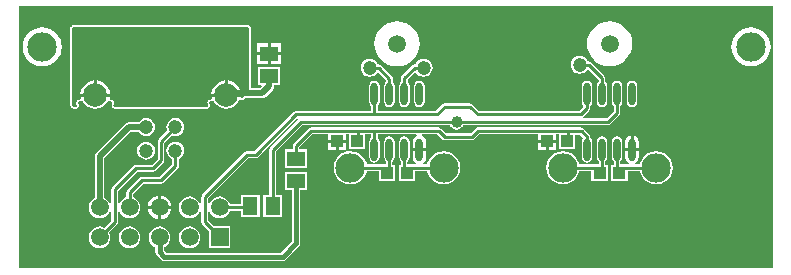
<source format=gbl>
G04 Layer_Physical_Order=2*
G04 Layer_Color=16711680*
%FSLAX23Y23*%
%MOIN*%
G70*
G01*
G75*
%ADD10C,0.020*%
%ADD11C,0.010*%
%ADD12R,0.059X0.059*%
%ADD13C,0.059*%
%ADD14C,0.079*%
%ADD15C,0.047*%
%ADD16C,0.098*%
%ADD17C,0.098*%
%ADD18C,0.039*%
%ADD19R,0.059X0.051*%
%ADD20R,0.043X0.039*%
%ADD21O,0.024X0.075*%
%ADD22R,0.051X0.059*%
%ADD23C,0.016*%
G36*
X544Y-749D02*
X-1969D01*
Y125D01*
X544D01*
Y-749D01*
D02*
G37*
%LPC*%
G36*
X-913Y-330D02*
X-940D01*
Y-355D01*
X-913D01*
Y-330D01*
D02*
G37*
G36*
X-213D02*
X-240D01*
Y-355D01*
X-213D01*
Y-330D01*
D02*
G37*
G36*
X-25Y-309D02*
X-32Y-310D01*
X-38Y-314D01*
X-42Y-320D01*
X-43Y-327D01*
Y-378D01*
X-42Y-385D01*
X-38Y-391D01*
X-36Y-392D01*
Y-402D01*
X-101D01*
X-102Y-399D01*
X-107Y-386D01*
X-116Y-374D01*
X-128Y-365D01*
X-141Y-360D01*
X-156Y-358D01*
X-170Y-360D01*
X-183Y-365D01*
X-195Y-374D01*
X-204Y-386D01*
X-209Y-399D01*
X-211Y-413D01*
X-209Y-428D01*
X-204Y-441D01*
X-195Y-453D01*
X-183Y-462D01*
X-170Y-467D01*
X-156Y-469D01*
X-141Y-467D01*
X-128Y-462D01*
X-116Y-453D01*
X-107Y-441D01*
X-102Y-428D01*
X-101Y-425D01*
X-61D01*
Y-456D01*
X-6D01*
Y-404D01*
X-14D01*
Y-392D01*
X-12Y-391D01*
X-8Y-385D01*
X-7Y-378D01*
Y-327D01*
X-8Y-320D01*
X-12Y-314D01*
X-18Y-310D01*
X-25Y-309D01*
D02*
G37*
G36*
X-1545Y-327D02*
X-1553Y-328D01*
X-1560Y-331D01*
X-1566Y-335D01*
X-1571Y-342D01*
X-1574Y-349D01*
X-1575Y-356D01*
X-1574Y-364D01*
X-1571Y-371D01*
X-1566Y-378D01*
X-1560Y-382D01*
X-1553Y-385D01*
X-1545Y-386D01*
X-1538Y-385D01*
X-1530Y-382D01*
X-1524Y-378D01*
X-1519Y-371D01*
X-1516Y-364D01*
X-1515Y-356D01*
X-1516Y-349D01*
X-1519Y-342D01*
X-1524Y-335D01*
X-1530Y-331D01*
X-1538Y-328D01*
X-1545Y-327D01*
D02*
G37*
G36*
X-177Y-330D02*
X-203D01*
Y-355D01*
X-177D01*
Y-330D01*
D02*
G37*
G36*
X-1447Y-248D02*
X-1455Y-249D01*
X-1462Y-252D01*
X-1468Y-257D01*
X-1473Y-263D01*
X-1476Y-270D01*
X-1477Y-278D01*
X-1476Y-285D01*
X-1474Y-289D01*
X-1503Y-318D01*
X-1505Y-322D01*
X-1506Y-326D01*
X-1506Y-326D01*
Y-384D01*
X-1526Y-404D01*
X-1580D01*
X-1584Y-405D01*
X-1588Y-407D01*
X-1588Y-407D01*
X-1658Y-477D01*
X-1660Y-481D01*
X-1661Y-485D01*
X-1661Y-485D01*
Y-533D01*
X-1666Y-534D01*
X-1669Y-527D01*
X-1675Y-520D01*
X-1682Y-514D01*
X-1684Y-513D01*
Y-382D01*
X-1596Y-294D01*
X-1570D01*
X-1566Y-299D01*
X-1560Y-304D01*
X-1553Y-307D01*
X-1545Y-308D01*
X-1538Y-307D01*
X-1530Y-304D01*
X-1524Y-299D01*
X-1519Y-293D01*
X-1516Y-285D01*
X-1515Y-278D01*
X-1516Y-270D01*
X-1519Y-263D01*
X-1524Y-257D01*
X-1530Y-252D01*
X-1538Y-249D01*
X-1545Y-248D01*
X-1553Y-249D01*
X-1560Y-252D01*
X-1566Y-257D01*
X-1570Y-261D01*
X-1603D01*
X-1609Y-263D01*
X-1614Y-266D01*
X-1712Y-363D01*
X-1715Y-369D01*
X-1716Y-375D01*
Y-513D01*
X-1718Y-514D01*
X-1725Y-520D01*
X-1731Y-527D01*
X-1735Y-536D01*
X-1736Y-545D01*
X-1735Y-554D01*
X-1731Y-563D01*
X-1725Y-570D01*
X-1718Y-576D01*
X-1709Y-580D01*
X-1700Y-581D01*
X-1691Y-580D01*
X-1682Y-576D01*
X-1675Y-570D01*
X-1669Y-563D01*
X-1666Y-556D01*
X-1661Y-557D01*
Y-590D01*
X-1684Y-613D01*
X-1691Y-610D01*
X-1700Y-609D01*
X-1709Y-610D01*
X-1718Y-614D01*
X-1725Y-620D01*
X-1731Y-627D01*
X-1735Y-636D01*
X-1736Y-645D01*
X-1735Y-654D01*
X-1731Y-663D01*
X-1725Y-670D01*
X-1718Y-676D01*
X-1709Y-680D01*
X-1700Y-681D01*
X-1691Y-680D01*
X-1682Y-676D01*
X-1675Y-670D01*
X-1669Y-663D01*
X-1665Y-654D01*
X-1664Y-645D01*
X-1665Y-636D01*
X-1668Y-629D01*
X-1642Y-603D01*
X-1642Y-603D01*
X-1640Y-599D01*
X-1639Y-595D01*
X-1639Y-595D01*
Y-557D01*
X-1634Y-556D01*
X-1631Y-563D01*
X-1625Y-570D01*
X-1618Y-576D01*
X-1609Y-580D01*
X-1600Y-581D01*
X-1591Y-580D01*
X-1582Y-576D01*
X-1575Y-570D01*
X-1569Y-563D01*
X-1565Y-554D01*
X-1564Y-545D01*
X-1565Y-536D01*
X-1569Y-527D01*
X-1575Y-520D01*
X-1582Y-514D01*
X-1589Y-511D01*
Y-500D01*
X-1555Y-466D01*
X-1496D01*
X-1496Y-466D01*
X-1492Y-465D01*
X-1488Y-463D01*
X-1439Y-414D01*
X-1439Y-414D01*
X-1436Y-410D01*
X-1436Y-406D01*
X-1436Y-406D01*
Y-384D01*
X-1432Y-382D01*
X-1426Y-378D01*
X-1421Y-371D01*
X-1418Y-364D01*
X-1417Y-356D01*
X-1418Y-349D01*
X-1421Y-342D01*
X-1426Y-335D01*
X-1432Y-331D01*
X-1439Y-328D01*
X-1447Y-327D01*
X-1455Y-328D01*
X-1462Y-331D01*
X-1468Y-335D01*
X-1473Y-342D01*
X-1476Y-349D01*
X-1477Y-356D01*
X-1476Y-364D01*
X-1473Y-371D01*
X-1468Y-378D01*
X-1462Y-382D01*
X-1458Y-384D01*
Y-401D01*
X-1501Y-444D01*
X-1560D01*
X-1564Y-445D01*
X-1568Y-447D01*
X-1568Y-447D01*
X-1608Y-487D01*
X-1610Y-491D01*
X-1611Y-495D01*
X-1611Y-495D01*
Y-511D01*
X-1618Y-514D01*
X-1625Y-520D01*
X-1631Y-527D01*
X-1634Y-534D01*
X-1639Y-533D01*
Y-490D01*
X-1575Y-426D01*
X-1521D01*
X-1521Y-426D01*
X-1517Y-425D01*
X-1513Y-423D01*
X-1487Y-397D01*
X-1487Y-397D01*
X-1485Y-393D01*
X-1484Y-389D01*
X-1484Y-389D01*
Y-331D01*
X-1458Y-305D01*
X-1455Y-307D01*
X-1447Y-308D01*
X-1439Y-307D01*
X-1432Y-304D01*
X-1426Y-299D01*
X-1421Y-293D01*
X-1418Y-285D01*
X-1417Y-278D01*
X-1418Y-270D01*
X-1421Y-263D01*
X-1426Y-257D01*
X-1432Y-252D01*
X-1439Y-249D01*
X-1447Y-248D01*
D02*
G37*
G36*
X-95Y-279D02*
X-98Y-279D01*
X-439D01*
X-439Y-279D01*
X-444Y-280D01*
X-447Y-283D01*
X-463Y-299D01*
X-545D01*
X-561Y-283D01*
X-565Y-280D01*
X-569Y-279D01*
X-569Y-279D01*
X-780D01*
X-784Y-279D01*
X-784Y-279D01*
X-995D01*
X-995Y-279D01*
X-999Y-280D01*
X-1003Y-282D01*
X-1003Y-282D01*
X-1053Y-332D01*
X-1055Y-336D01*
X-1056Y-340D01*
X-1056Y-340D01*
Y-351D01*
X-1081D01*
Y-414D01*
X-1009D01*
Y-351D01*
X-1034D01*
Y-345D01*
X-990Y-301D01*
X-940D01*
Y-320D01*
X-877D01*
Y-301D01*
X-869D01*
Y-351D01*
X-814D01*
Y-301D01*
X-796D01*
Y-314D01*
X-797Y-314D01*
X-800Y-320D01*
X-802Y-327D01*
Y-378D01*
X-800Y-385D01*
X-797Y-391D01*
X-791Y-395D01*
X-784Y-396D01*
X-777Y-395D01*
X-771Y-391D01*
X-767Y-385D01*
X-766Y-378D01*
Y-327D01*
X-767Y-320D01*
X-771Y-314D01*
X-772Y-313D01*
Y-302D01*
X-644D01*
X-643Y-304D01*
X-643Y-307D01*
X-649Y-311D01*
X-654Y-318D01*
X-656Y-327D01*
Y-348D01*
X-611D01*
Y-327D01*
X-613Y-318D01*
X-618Y-311D01*
X-624Y-307D01*
X-624Y-304D01*
X-624Y-302D01*
X-574D01*
X-558Y-318D01*
X-554Y-320D01*
X-550Y-321D01*
X-550Y-321D01*
X-459D01*
X-459Y-321D01*
X-454Y-320D01*
X-451Y-318D01*
X-435Y-302D01*
X-240D01*
Y-320D01*
X-177D01*
Y-302D01*
X-169D01*
Y-351D01*
X-114D01*
Y-303D01*
X-98D01*
X-88Y-313D01*
X-88Y-314D01*
X-92Y-320D01*
X-93Y-327D01*
Y-378D01*
X-92Y-385D01*
X-88Y-391D01*
X-82Y-395D01*
X-75Y-396D01*
X-68Y-395D01*
X-62Y-391D01*
X-58Y-385D01*
X-57Y-378D01*
Y-327D01*
X-58Y-320D01*
X-62Y-314D01*
X-64Y-313D01*
Y-310D01*
X-64Y-310D01*
X-65Y-306D01*
X-67Y-302D01*
X-67Y-302D01*
X-86Y-284D01*
X-86Y-283D01*
X-87Y-282D01*
X-91Y-280D01*
X-95Y-279D01*
D02*
G37*
G36*
X70Y-306D02*
X66Y-306D01*
X59Y-311D01*
X54Y-318D01*
X53Y-327D01*
Y-348D01*
X70D01*
Y-306D01*
D02*
G37*
G36*
X80D02*
Y-348D01*
X97D01*
Y-327D01*
X96Y-318D01*
X91Y-311D01*
X84Y-306D01*
X80Y-306D01*
D02*
G37*
G36*
X-734Y-309D02*
X-741Y-310D01*
X-747Y-314D01*
X-750Y-320D01*
X-752Y-327D01*
Y-378D01*
X-750Y-385D01*
X-747Y-391D01*
X-746Y-391D01*
Y-402D01*
X-810D01*
X-810Y-399D01*
X-816Y-386D01*
X-825Y-374D01*
X-836Y-365D01*
X-850Y-360D01*
X-864Y-358D01*
X-874Y-359D01*
X-876Y-359D01*
X-877Y-354D01*
X-877Y-351D01*
Y-330D01*
X-903D01*
Y-355D01*
X-882D01*
X-882Y-355D01*
X-882Y-355D01*
X-879Y-355D01*
X-879Y-360D01*
X-881Y-360D01*
X-892Y-365D01*
X-904Y-374D01*
X-912Y-386D01*
X-918Y-399D01*
X-920Y-413D01*
X-918Y-428D01*
X-912Y-441D01*
X-904Y-453D01*
X-892Y-462D01*
X-879Y-467D01*
X-864Y-469D01*
X-850Y-467D01*
X-836Y-462D01*
X-825Y-453D01*
X-816Y-441D01*
X-810Y-428D01*
X-810Y-425D01*
X-770D01*
Y-456D01*
X-714D01*
Y-404D01*
X-724D01*
Y-393D01*
X-721Y-391D01*
X-717Y-385D01*
X-716Y-378D01*
Y-327D01*
X-717Y-320D01*
X-721Y-314D01*
X-727Y-310D01*
X-734Y-309D01*
D02*
G37*
G36*
X-1400Y-609D02*
X-1409Y-610D01*
X-1418Y-614D01*
X-1425Y-620D01*
X-1431Y-627D01*
X-1435Y-636D01*
X-1436Y-645D01*
X-1435Y-654D01*
X-1431Y-663D01*
X-1425Y-670D01*
X-1418Y-676D01*
X-1409Y-680D01*
X-1400Y-681D01*
X-1391Y-680D01*
X-1382Y-676D01*
X-1375Y-670D01*
X-1369Y-663D01*
X-1365Y-654D01*
X-1364Y-645D01*
X-1365Y-636D01*
X-1369Y-627D01*
X-1375Y-620D01*
X-1382Y-614D01*
X-1391Y-610D01*
X-1400Y-609D01*
D02*
G37*
G36*
X-1505Y-550D02*
X-1539D01*
X-1539Y-555D01*
X-1535Y-565D01*
X-1528Y-573D01*
X-1520Y-580D01*
X-1510Y-584D01*
X-1505Y-584D01*
Y-550D01*
D02*
G37*
G36*
X-1009Y-426D02*
X-1081D01*
Y-489D01*
X-1059D01*
Y-659D01*
X-1096Y-696D01*
X-1479D01*
X-1486Y-689D01*
Y-678D01*
X-1482Y-676D01*
X-1475Y-670D01*
X-1469Y-663D01*
X-1465Y-654D01*
X-1464Y-645D01*
X-1465Y-636D01*
X-1469Y-627D01*
X-1475Y-620D01*
X-1482Y-614D01*
X-1491Y-610D01*
X-1500Y-609D01*
X-1509Y-610D01*
X-1518Y-614D01*
X-1525Y-620D01*
X-1531Y-627D01*
X-1535Y-636D01*
X-1536Y-645D01*
X-1535Y-654D01*
X-1531Y-663D01*
X-1525Y-670D01*
X-1518Y-676D01*
X-1514Y-678D01*
Y-695D01*
X-1513Y-700D01*
X-1510Y-705D01*
X-1495Y-720D01*
X-1490Y-723D01*
X-1485Y-724D01*
X-1090D01*
X-1085Y-723D01*
X-1080Y-720D01*
X-1035Y-675D01*
X-1032Y-670D01*
X-1031Y-665D01*
Y-489D01*
X-1009D01*
Y-426D01*
D02*
G37*
G36*
X-1600Y-609D02*
X-1609Y-610D01*
X-1618Y-614D01*
X-1625Y-620D01*
X-1631Y-627D01*
X-1635Y-636D01*
X-1636Y-645D01*
X-1635Y-654D01*
X-1631Y-663D01*
X-1625Y-670D01*
X-1618Y-676D01*
X-1609Y-680D01*
X-1600Y-681D01*
X-1591Y-680D01*
X-1582Y-676D01*
X-1575Y-670D01*
X-1569Y-663D01*
X-1565Y-654D01*
X-1564Y-645D01*
X-1565Y-636D01*
X-1569Y-627D01*
X-1575Y-620D01*
X-1582Y-614D01*
X-1591Y-610D01*
X-1600Y-609D01*
D02*
G37*
G36*
X-1461Y-550D02*
X-1495D01*
Y-584D01*
X-1490Y-584D01*
X-1480Y-580D01*
X-1472Y-573D01*
X-1465Y-565D01*
X-1461Y-555D01*
X-1461Y-550D01*
D02*
G37*
G36*
X-684Y-309D02*
X-691Y-310D01*
X-697Y-314D01*
X-700Y-320D01*
X-702Y-327D01*
Y-378D01*
X-700Y-385D01*
X-697Y-391D01*
X-696Y-391D01*
Y-404D01*
X-703D01*
Y-456D01*
X-648D01*
Y-425D01*
X-607D01*
X-607Y-428D01*
X-601Y-441D01*
X-593Y-453D01*
X-581Y-462D01*
X-568Y-467D01*
X-553Y-469D01*
X-539Y-467D01*
X-525Y-462D01*
X-514Y-453D01*
X-505Y-441D01*
X-499Y-428D01*
X-497Y-413D01*
X-499Y-399D01*
X-505Y-386D01*
X-514Y-374D01*
X-525Y-365D01*
X-539Y-360D01*
X-553Y-358D01*
X-568Y-360D01*
X-581Y-365D01*
X-593Y-374D01*
X-601Y-386D01*
X-607Y-399D01*
X-607Y-402D01*
X-621D01*
X-623Y-397D01*
X-618Y-394D01*
X-613Y-387D01*
X-611Y-378D01*
Y-358D01*
X-656D01*
Y-378D01*
X-654Y-387D01*
X-649Y-394D01*
X-644Y-397D01*
X-646Y-402D01*
X-674D01*
Y-393D01*
X-671Y-391D01*
X-667Y-385D01*
X-666Y-378D01*
Y-327D01*
X-667Y-320D01*
X-671Y-314D01*
X-677Y-310D01*
X-684Y-309D01*
D02*
G37*
G36*
X25D02*
X18Y-310D01*
X12Y-314D01*
X8Y-320D01*
X7Y-327D01*
Y-378D01*
X8Y-385D01*
X12Y-391D01*
X14Y-392D01*
Y-404D01*
X6D01*
Y-456D01*
X61D01*
Y-425D01*
X101D01*
X102Y-428D01*
X107Y-441D01*
X116Y-453D01*
X128Y-462D01*
X141Y-467D01*
X156Y-469D01*
X170Y-467D01*
X183Y-462D01*
X195Y-453D01*
X204Y-441D01*
X209Y-428D01*
X211Y-413D01*
X209Y-399D01*
X204Y-386D01*
X195Y-374D01*
X183Y-365D01*
X170Y-360D01*
X156Y-358D01*
X141Y-360D01*
X128Y-365D01*
X116Y-374D01*
X107Y-386D01*
X102Y-399D01*
X101Y-402D01*
X87D01*
X86Y-397D01*
X91Y-394D01*
X96Y-387D01*
X97Y-378D01*
Y-358D01*
X53D01*
Y-378D01*
X54Y-387D01*
X59Y-394D01*
X64Y-397D01*
X63Y-402D01*
X36D01*
Y-392D01*
X38Y-391D01*
X42Y-385D01*
X43Y-378D01*
Y-327D01*
X42Y-320D01*
X38Y-314D01*
X32Y-310D01*
X25Y-309D01*
D02*
G37*
G36*
X-1505Y-506D02*
X-1510Y-506D01*
X-1520Y-510D01*
X-1528Y-517D01*
X-1535Y-525D01*
X-1539Y-535D01*
X-1539Y-540D01*
X-1505D01*
Y-506D01*
D02*
G37*
G36*
X-1495D02*
Y-540D01*
X-1461D01*
X-1461Y-535D01*
X-1465Y-525D01*
X-1472Y-517D01*
X-1480Y-510D01*
X-1490Y-506D01*
X-1495Y-506D01*
D02*
G37*
G36*
X-1891Y55D02*
X-1904Y54D01*
X-1916Y50D01*
X-1927Y44D01*
X-1937Y36D01*
X-1945Y26D01*
X-1951Y15D01*
X-1955Y3D01*
X-1956Y-10D01*
X-1955Y-23D01*
X-1951Y-35D01*
X-1945Y-46D01*
X-1937Y-56D01*
X-1927Y-64D01*
X-1916Y-70D01*
X-1904Y-74D01*
X-1891Y-75D01*
X-1878Y-74D01*
X-1866Y-70D01*
X-1855Y-64D01*
X-1845Y-56D01*
X-1837Y-46D01*
X-1830Y-35D01*
X-1827Y-23D01*
X-1825Y-10D01*
X-1827Y3D01*
X-1830Y15D01*
X-1837Y26D01*
X-1845Y36D01*
X-1855Y44D01*
X-1866Y50D01*
X-1878Y54D01*
X-1891Y55D01*
D02*
G37*
G36*
X471D02*
X459Y54D01*
X446Y50D01*
X435Y44D01*
X425Y36D01*
X417Y26D01*
X411Y15D01*
X407Y3D01*
X406Y-10D01*
X407Y-23D01*
X411Y-35D01*
X417Y-46D01*
X425Y-56D01*
X435Y-64D01*
X446Y-70D01*
X459Y-74D01*
X471Y-75D01*
X484Y-74D01*
X496Y-70D01*
X508Y-64D01*
X518Y-56D01*
X526Y-46D01*
X532Y-35D01*
X535Y-23D01*
X537Y-10D01*
X535Y3D01*
X532Y15D01*
X526Y26D01*
X518Y36D01*
X508Y44D01*
X496Y50D01*
X484Y54D01*
X471Y55D01*
D02*
G37*
G36*
X-1140Y3D02*
X-1175D01*
Y-28D01*
X-1140D01*
Y3D01*
D02*
G37*
G36*
X-1095Y-38D02*
X-1130D01*
Y-68D01*
X-1095D01*
Y-38D01*
D02*
G37*
G36*
X-620Y-50D02*
X-628Y-51D01*
X-635Y-54D01*
X-641Y-59D01*
X-646Y-65D01*
X-647Y-69D01*
X-650D01*
X-650Y-69D01*
X-654Y-70D01*
X-658Y-72D01*
X-692Y-106D01*
X-694Y-109D01*
X-695Y-114D01*
X-695Y-114D01*
Y-128D01*
X-697Y-129D01*
X-700Y-135D01*
X-702Y-142D01*
Y-193D01*
X-700Y-200D01*
X-697Y-206D01*
X-691Y-210D01*
X-684Y-211D01*
X-677Y-210D01*
X-671Y-206D01*
X-667Y-200D01*
X-666Y-193D01*
Y-142D01*
X-667Y-135D01*
X-671Y-129D01*
X-672Y-128D01*
Y-118D01*
X-650Y-96D01*
X-644Y-97D01*
X-641Y-101D01*
X-635Y-106D01*
X-628Y-109D01*
X-620Y-110D01*
X-612Y-109D01*
X-605Y-106D01*
X-599Y-101D01*
X-594Y-95D01*
X-591Y-88D01*
X-590Y-80D01*
X-591Y-72D01*
X-594Y-65D01*
X-599Y-59D01*
X-605Y-54D01*
X-612Y-51D01*
X-620Y-50D01*
D02*
G37*
G36*
X-1140Y-38D02*
X-1175D01*
Y-68D01*
X-1140D01*
Y-38D01*
D02*
G37*
G36*
X-709Y75D02*
X-723Y74D01*
X-737Y70D01*
X-750Y63D01*
X-762Y53D01*
X-771Y42D01*
X-778Y29D01*
X-782Y15D01*
X-784Y0D01*
X-782Y-15D01*
X-778Y-29D01*
X-771Y-42D01*
X-762Y-53D01*
X-750Y-63D01*
X-737Y-70D01*
X-723Y-74D01*
X-709Y-75D01*
X-694Y-74D01*
X-680Y-70D01*
X-667Y-63D01*
X-655Y-53D01*
X-646Y-42D01*
X-639Y-29D01*
X-635Y-15D01*
X-633Y0D01*
X-635Y15D01*
X-639Y29D01*
X-646Y42D01*
X-655Y53D01*
X-667Y63D01*
X-680Y70D01*
X-694Y74D01*
X-709Y75D01*
D02*
G37*
G36*
X0D02*
X-15Y74D01*
X-29Y70D01*
X-42Y63D01*
X-53Y53D01*
X-63Y42D01*
X-70Y29D01*
X-74Y15D01*
X-75Y0D01*
X-74Y-15D01*
X-70Y-29D01*
X-63Y-42D01*
X-53Y-53D01*
X-42Y-63D01*
X-29Y-70D01*
X-15Y-74D01*
X0Y-75D01*
X15Y-74D01*
X29Y-70D01*
X42Y-63D01*
X53Y-53D01*
X63Y-42D01*
X70Y-29D01*
X74Y-15D01*
X75Y0D01*
X74Y15D01*
X70Y29D01*
X63Y42D01*
X53Y53D01*
X42Y63D01*
X29Y70D01*
X15Y74D01*
X0Y75D01*
D02*
G37*
G36*
X-634Y-124D02*
X-641Y-125D01*
X-647Y-129D01*
X-650Y-135D01*
X-652Y-142D01*
Y-193D01*
X-650Y-200D01*
X-647Y-206D01*
X-641Y-210D01*
X-634Y-211D01*
X-627Y-210D01*
X-621Y-206D01*
X-617Y-200D01*
X-616Y-193D01*
Y-142D01*
X-617Y-135D01*
X-621Y-129D01*
X-627Y-125D01*
X-634Y-124D01*
D02*
G37*
G36*
X-100Y-40D02*
X-108Y-41D01*
X-115Y-44D01*
X-121Y-49D01*
X-126Y-55D01*
X-129Y-62D01*
X-130Y-70D01*
X-129Y-78D01*
X-126Y-85D01*
X-121Y-91D01*
X-115Y-96D01*
X-108Y-99D01*
X-100Y-100D01*
X-92Y-99D01*
X-85Y-96D01*
X-79Y-91D01*
X-76Y-87D01*
X-70Y-86D01*
X-36Y-120D01*
Y-128D01*
X-38Y-129D01*
X-42Y-135D01*
X-43Y-142D01*
Y-193D01*
X-42Y-200D01*
X-38Y-206D01*
X-32Y-210D01*
X-25Y-211D01*
X-18Y-210D01*
X-12Y-206D01*
X-8Y-200D01*
X-7Y-193D01*
Y-142D01*
X-8Y-135D01*
X-12Y-129D01*
X-14Y-128D01*
Y-115D01*
X-14Y-115D01*
X-15Y-111D01*
X-17Y-107D01*
X-17Y-107D01*
X-62Y-62D01*
X-66Y-60D01*
X-70Y-59D01*
X-70Y-59D01*
X-73D01*
X-74Y-55D01*
X-79Y-49D01*
X-85Y-44D01*
X-92Y-41D01*
X-100Y-40D01*
D02*
G37*
G36*
X25Y-124D02*
X18Y-125D01*
X12Y-129D01*
X8Y-135D01*
X7Y-142D01*
Y-193D01*
X8Y-200D01*
X12Y-206D01*
X14Y-207D01*
Y-225D01*
X-10Y-249D01*
X-87D01*
X-88Y-244D01*
X-87Y-243D01*
X-67Y-223D01*
X-67Y-223D01*
X-65Y-219D01*
X-64Y-215D01*
X-64Y-215D01*
Y-207D01*
X-62Y-206D01*
X-58Y-200D01*
X-57Y-193D01*
Y-142D01*
X-58Y-135D01*
X-62Y-129D01*
X-68Y-125D01*
X-75Y-124D01*
X-82Y-125D01*
X-88Y-129D01*
X-92Y-135D01*
X-93Y-142D01*
Y-193D01*
X-92Y-200D01*
X-88Y-206D01*
X-88Y-206D01*
X-87Y-211D01*
X-100Y-224D01*
X-435D01*
X-457Y-202D01*
X-461Y-200D01*
X-465Y-199D01*
X-465Y-199D01*
X-550D01*
X-554Y-200D01*
X-558Y-202D01*
X-558Y-202D01*
X-580Y-224D01*
X-772D01*
Y-207D01*
X-771Y-206D01*
X-767Y-200D01*
X-766Y-193D01*
Y-142D01*
X-767Y-135D01*
X-771Y-129D01*
X-777Y-125D01*
X-784Y-124D01*
X-791Y-125D01*
X-797Y-129D01*
X-800Y-135D01*
X-802Y-142D01*
Y-193D01*
X-800Y-200D01*
X-797Y-206D01*
X-795Y-207D01*
Y-224D01*
X-1045D01*
X-1049Y-225D01*
X-1053Y-227D01*
X-1053Y-227D01*
X-1185Y-359D01*
X-1210D01*
X-1210Y-359D01*
X-1214Y-360D01*
X-1218Y-362D01*
X-1358Y-502D01*
X-1360Y-506D01*
X-1361Y-510D01*
X-1361Y-510D01*
Y-533D01*
X-1366Y-534D01*
X-1369Y-527D01*
X-1375Y-520D01*
X-1382Y-514D01*
X-1391Y-510D01*
X-1400Y-509D01*
X-1409Y-510D01*
X-1418Y-514D01*
X-1425Y-520D01*
X-1431Y-527D01*
X-1435Y-536D01*
X-1436Y-545D01*
X-1435Y-554D01*
X-1431Y-563D01*
X-1425Y-570D01*
X-1418Y-576D01*
X-1409Y-580D01*
X-1400Y-581D01*
X-1391Y-580D01*
X-1382Y-576D01*
X-1375Y-570D01*
X-1369Y-563D01*
X-1366Y-556D01*
X-1361Y-557D01*
Y-595D01*
X-1361Y-595D01*
X-1360Y-599D01*
X-1358Y-603D01*
X-1336Y-625D01*
Y-681D01*
X-1264D01*
Y-609D01*
X-1320D01*
X-1339Y-590D01*
Y-557D01*
X-1334Y-556D01*
X-1331Y-563D01*
X-1325Y-570D01*
X-1318Y-576D01*
X-1309Y-580D01*
X-1300Y-581D01*
X-1291Y-580D01*
X-1282Y-576D01*
X-1275Y-570D01*
X-1269Y-563D01*
X-1266Y-556D01*
X-1229D01*
Y-576D01*
X-1166D01*
Y-504D01*
X-1229D01*
Y-534D01*
X-1266D01*
X-1269Y-527D01*
X-1275Y-520D01*
X-1282Y-514D01*
X-1291Y-510D01*
X-1300Y-509D01*
X-1309Y-510D01*
X-1318Y-514D01*
X-1325Y-520D01*
X-1331Y-527D01*
X-1334Y-534D01*
X-1339Y-533D01*
Y-515D01*
X-1205Y-381D01*
X-1180D01*
X-1180Y-381D01*
X-1176Y-380D01*
X-1172Y-378D01*
X-1043Y-249D01*
X-1042Y-249D01*
X-1040Y-254D01*
X-1131Y-345D01*
X-1133Y-348D01*
X-1134Y-353D01*
X-1134Y-353D01*
Y-504D01*
X-1154D01*
Y-576D01*
X-1091D01*
Y-504D01*
X-1111D01*
Y-357D01*
X-1025Y-271D01*
X-533D01*
X-532Y-273D01*
X-528Y-278D01*
X-523Y-282D01*
X-517Y-285D01*
X-510Y-286D01*
X-503Y-285D01*
X-497Y-282D01*
X-492Y-278D01*
X-488Y-273D01*
X-487Y-271D01*
X-5D01*
X-5Y-271D01*
X-1Y-270D01*
X3Y-268D01*
X33Y-238D01*
X35Y-234D01*
X36Y-230D01*
X36Y-230D01*
Y-207D01*
X38Y-206D01*
X42Y-200D01*
X43Y-193D01*
Y-142D01*
X42Y-135D01*
X38Y-129D01*
X32Y-125D01*
X25Y-124D01*
D02*
G37*
G36*
X-800Y-50D02*
X-808Y-51D01*
X-815Y-54D01*
X-821Y-59D01*
X-826Y-65D01*
X-829Y-72D01*
X-830Y-80D01*
X-829Y-88D01*
X-826Y-95D01*
X-821Y-101D01*
X-815Y-106D01*
X-808Y-109D01*
X-800Y-110D01*
X-792Y-109D01*
X-785Y-106D01*
X-779Y-101D01*
X-776Y-97D01*
X-770Y-96D01*
X-745Y-121D01*
Y-128D01*
X-747Y-129D01*
X-750Y-135D01*
X-752Y-142D01*
Y-193D01*
X-750Y-200D01*
X-747Y-206D01*
X-741Y-210D01*
X-734Y-211D01*
X-727Y-210D01*
X-721Y-206D01*
X-717Y-200D01*
X-716Y-193D01*
Y-142D01*
X-717Y-135D01*
X-721Y-129D01*
X-722Y-128D01*
Y-116D01*
X-723Y-112D01*
X-726Y-108D01*
X-726Y-108D01*
X-762Y-72D01*
X-766Y-70D01*
X-770Y-69D01*
X-770Y-69D01*
X-773D01*
X-774Y-65D01*
X-779Y-59D01*
X-785Y-54D01*
X-792Y-51D01*
X-800Y-50D01*
D02*
G37*
G36*
X-1207Y63D02*
X-1787D01*
X-1788Y62D01*
X-1788Y62D01*
X-1788Y62D01*
X-1789Y62D01*
X-1790Y62D01*
X-1791Y61D01*
X-1791Y61D01*
X-1791Y61D01*
X-1792Y60D01*
X-1795Y57D01*
X-1796Y56D01*
X-1796Y55D01*
X-1797Y55D01*
X-1797Y54D01*
X-1797Y54D01*
X-1797Y53D01*
X-1797Y53D01*
X-1797Y53D01*
Y52D01*
X-1798Y51D01*
Y51D01*
X-1798Y50D01*
Y42D01*
X-1798Y-104D01*
Y-154D01*
Y-204D01*
X-1798Y-204D01*
Y-204D01*
X-1798Y-205D01*
X-1798Y-205D01*
Y-205D01*
X-1798Y-205D01*
X-1798Y-205D01*
X-1798Y-205D01*
Y-205D01*
X-1797Y-206D01*
X-1797Y-207D01*
X-1797Y-207D01*
X-1797Y-207D01*
X-1797Y-207D01*
X-1797Y-207D01*
X-1797Y-207D01*
X-1797Y-209D01*
X-1796Y-209D01*
X-1796Y-209D01*
X-1796Y-209D01*
X-1796Y-210D01*
X-1795Y-210D01*
X-1795Y-211D01*
X-1792Y-214D01*
X-1791Y-214D01*
X-1791Y-215D01*
X-1791Y-215D01*
X-1791Y-215D01*
X-1790Y-215D01*
X-1789Y-216D01*
X-1788Y-216D01*
X-1788Y-216D01*
X-1787D01*
X-1787Y-216D01*
X-1787Y-216D01*
X-1786Y-216D01*
X-1786D01*
X-1786Y-216D01*
X-1785D01*
X-1785Y-216D01*
X-1779D01*
X-1778Y-216D01*
X-1778Y-216D01*
X-1778D01*
X-1778Y-216D01*
X-1777Y-216D01*
X-1777Y-216D01*
X-1776Y-215D01*
X-1775Y-215D01*
X-1775Y-215D01*
X-1775Y-215D01*
X-1774Y-214D01*
X-1773Y-214D01*
X-1773Y-213D01*
X-1770Y-209D01*
X-1770Y-208D01*
X-1770Y-208D01*
X-1770Y-208D01*
X-1770Y-208D01*
X-1769Y-207D01*
X-1769Y-206D01*
X-1769Y-206D01*
X-1769Y-206D01*
X-1769Y-206D01*
X-1769Y-206D01*
X-1769Y-206D01*
X-1769Y-205D01*
X-1769Y-204D01*
X-1769Y-203D01*
X-1769Y-203D01*
X-1769Y-203D01*
X-1769Y-202D01*
X-1770Y-201D01*
X-1771Y-198D01*
X-1771Y-198D01*
X-1771Y-197D01*
X-1771Y-196D01*
X-1771Y-196D01*
X-1768Y-192D01*
X-1768Y-192D01*
X-1767Y-192D01*
X-1767Y-192D01*
X-1766Y-192D01*
X-1766Y-192D01*
X-1766Y-192D01*
X-1765Y-192D01*
X-1765Y-192D01*
X-1764Y-192D01*
X-1763Y-191D01*
X-1762Y-190D01*
X-1761Y-189D01*
X-1756Y-190D01*
X-1756Y-190D01*
X-1756Y-190D01*
X-1754Y-194D01*
X-1747Y-203D01*
X-1737Y-211D01*
X-1726Y-215D01*
X-1715Y-217D01*
X-1703Y-215D01*
X-1692Y-211D01*
X-1682Y-203D01*
X-1675Y-194D01*
X-1673Y-190D01*
X-1673Y-190D01*
X-1668Y-189D01*
X-1667Y-190D01*
X-1666Y-191D01*
X-1665Y-192D01*
X-1664Y-192D01*
X-1664Y-192D01*
X-1664Y-192D01*
X-1664Y-192D01*
X-1663Y-192D01*
X-1663Y-192D01*
X-1662Y-192D01*
X-1662Y-192D01*
X-1661Y-192D01*
X-1660Y-193D01*
X-1660Y-193D01*
X-1658Y-197D01*
X-1658Y-198D01*
X-1658Y-198D01*
X-1660Y-201D01*
X-1660Y-202D01*
X-1660Y-202D01*
X-1660Y-203D01*
X-1660Y-203D01*
X-1660Y-203D01*
X-1660Y-204D01*
X-1660Y-205D01*
X-1660Y-205D01*
X-1660Y-205D01*
X-1660Y-206D01*
X-1660Y-206D01*
X-1660Y-206D01*
X-1660Y-207D01*
X-1660Y-207D01*
X-1660Y-208D01*
X-1659Y-208D01*
X-1659Y-209D01*
X-1659Y-209D01*
Y-209D01*
X-1658Y-210D01*
X-1658Y-211D01*
X-1658Y-211D01*
X-1658Y-212D01*
X-1658Y-212D01*
X-1657Y-212D01*
X-1657Y-213D01*
X-1656Y-213D01*
X-1656Y-214D01*
X-1656Y-214D01*
X-1655Y-214D01*
X-1655Y-215D01*
X-1655Y-215D01*
X-1655Y-215D01*
X-1655Y-215D01*
X-1655Y-215D01*
X-1654Y-215D01*
X-1654Y-215D01*
X-1654Y-215D01*
X-1653Y-215D01*
X-1652Y-216D01*
X-1652Y-216D01*
X-1652Y-216D01*
X-1652Y-216D01*
X-1652Y-216D01*
X-1651Y-216D01*
X-1650Y-216D01*
X-1342D01*
X-1341Y-216D01*
X-1341Y-216D01*
X-1341D01*
X-1341Y-216D01*
X-1340Y-216D01*
X-1340Y-216D01*
X-1339Y-215D01*
X-1338Y-215D01*
X-1338Y-215D01*
X-1338Y-215D01*
X-1337Y-214D01*
X-1336Y-214D01*
X-1336Y-213D01*
X-1333Y-209D01*
X-1333Y-208D01*
X-1333Y-208D01*
X-1333Y-208D01*
X-1333Y-208D01*
X-1332Y-207D01*
X-1332Y-206D01*
X-1332Y-206D01*
X-1332Y-206D01*
X-1332Y-206D01*
X-1332Y-206D01*
X-1332Y-206D01*
X-1332Y-205D01*
X-1332Y-204D01*
X-1332Y-203D01*
X-1332Y-203D01*
X-1332Y-203D01*
X-1332Y-202D01*
X-1333Y-201D01*
X-1334Y-198D01*
X-1334Y-198D01*
X-1334Y-197D01*
X-1334Y-196D01*
X-1334Y-196D01*
X-1331Y-192D01*
X-1331Y-192D01*
X-1330Y-192D01*
X-1330Y-192D01*
X-1329Y-192D01*
X-1329Y-192D01*
X-1329Y-192D01*
X-1328Y-192D01*
X-1328Y-192D01*
X-1327Y-192D01*
X-1326Y-191D01*
X-1325Y-190D01*
X-1324Y-189D01*
X-1319Y-190D01*
X-1319Y-190D01*
X-1319Y-190D01*
X-1317Y-194D01*
X-1310Y-203D01*
X-1300Y-211D01*
X-1289Y-215D01*
X-1278Y-217D01*
X-1266Y-215D01*
X-1255Y-211D01*
X-1245Y-203D01*
X-1238Y-194D01*
X-1235Y-186D01*
X-1229Y-185D01*
X-1229Y-185D01*
X-1229Y-185D01*
X-1228Y-186D01*
X-1226Y-187D01*
X-1224Y-187D01*
X-1224Y-187D01*
X-1224Y-187D01*
X-1222Y-187D01*
X-1222Y-187D01*
X-1222Y-187D01*
X-1220Y-186D01*
X-1218Y-185D01*
X-1218Y-185D01*
X-1218Y-185D01*
X-1216Y-184D01*
X-1214Y-181D01*
X-1158D01*
X-1151Y-180D01*
X-1146Y-177D01*
X-1123Y-154D01*
X-1120Y-149D01*
X-1119Y-142D01*
Y-139D01*
X-1099D01*
Y-76D01*
X-1171D01*
Y-139D01*
X-1161D01*
X-1159Y-144D01*
X-1164Y-149D01*
X-1194D01*
Y-126D01*
X-1194Y-76D01*
Y-4D01*
Y50D01*
X-1194Y50D01*
Y50D01*
X-1194Y51D01*
X-1194Y51D01*
Y51D01*
X-1194Y51D01*
X-1194Y51D01*
X-1194Y52D01*
Y52D01*
X-1195Y52D01*
X-1195Y53D01*
X-1195Y53D01*
X-1195Y54D01*
X-1195Y54D01*
X-1195Y54D01*
X-1195Y54D01*
X-1195Y55D01*
X-1196Y55D01*
X-1196Y55D01*
X-1196Y55D01*
X-1196Y56D01*
X-1197Y56D01*
X-1197Y57D01*
X-1200Y60D01*
X-1201Y61D01*
X-1201Y61D01*
X-1201Y61D01*
X-1201Y61D01*
X-1202Y62D01*
X-1203Y62D01*
X-1204Y62D01*
X-1204Y62D01*
X-1205D01*
X-1206Y62D01*
X-1206Y62D01*
X-1206Y63D01*
X-1206D01*
X-1207Y63D01*
X-1207D01*
X-1207Y63D01*
D02*
G37*
G36*
X-1095Y3D02*
X-1130D01*
Y-28D01*
X-1095D01*
Y3D01*
D02*
G37*
G36*
X75Y-124D02*
X68Y-125D01*
X62Y-129D01*
X58Y-135D01*
X57Y-142D01*
Y-193D01*
X58Y-200D01*
X62Y-206D01*
X68Y-210D01*
X75Y-211D01*
X82Y-210D01*
X88Y-206D01*
X92Y-200D01*
X93Y-193D01*
Y-142D01*
X92Y-135D01*
X88Y-129D01*
X82Y-125D01*
X75Y-124D01*
D02*
G37*
%LPD*%
G36*
X-1207Y56D02*
X-1207D01*
X-1206Y56D01*
X-1206D01*
X-1206Y56D01*
X-1205Y56D01*
X-1205Y56D01*
X-1202Y53D01*
X-1202Y53D01*
X-1201Y52D01*
X-1201Y52D01*
X-1201Y51D01*
X-1201Y50D01*
X-1201Y50D01*
Y50D01*
X-1201Y50D01*
Y-4D01*
Y-76D01*
X-1201Y-126D01*
Y-170D01*
X-1208Y-171D01*
X-1215Y-174D01*
X-1221Y-179D01*
X-1223Y-181D01*
X-1224Y-181D01*
X-1228Y-176D01*
X-1228Y-176D01*
X-1327D01*
X-1326Y-179D01*
X-1326Y-182D01*
X-1327Y-183D01*
X-1330Y-186D01*
X-1331Y-186D01*
X-1331Y-186D01*
X-1331Y-186D01*
X-1332Y-186D01*
X-1332Y-186D01*
X-1333Y-186D01*
X-1333Y-186D01*
X-1334Y-186D01*
X-1334Y-187D01*
X-1335Y-187D01*
X-1335Y-187D01*
X-1336Y-188D01*
X-1337Y-189D01*
X-1338Y-190D01*
X-1338Y-191D01*
X-1339Y-191D01*
X-1340Y-193D01*
X-1340Y-195D01*
X-1340Y-195D01*
X-1341Y-195D01*
X-1341Y-196D01*
X-1341Y-196D01*
X-1341Y-197D01*
X-1341Y-198D01*
X-1341Y-198D01*
X-1340Y-199D01*
X-1340Y-200D01*
X-1338Y-204D01*
X-1338Y-204D01*
X-1338Y-204D01*
X-1338Y-205D01*
X-1339Y-205D01*
X-1339Y-206D01*
X-1341Y-210D01*
X-1341D01*
X-1342Y-210D01*
X-1342Y-210D01*
X-1650D01*
X-1650Y-210D01*
X-1651Y-210D01*
X-1651Y-210D01*
X-1651Y-210D01*
X-1651Y-210D01*
X-1651Y-209D01*
X-1651Y-209D01*
X-1651Y-209D01*
X-1652Y-209D01*
X-1652Y-208D01*
X-1652Y-208D01*
X-1653Y-207D01*
X-1653Y-206D01*
Y-206D01*
X-1653Y-206D01*
X-1654Y-205D01*
X-1654Y-205D01*
X-1654Y-205D01*
X-1654Y-204D01*
X-1654Y-204D01*
X-1654Y-204D01*
X-1652Y-200D01*
X-1652Y-199D01*
X-1652Y-198D01*
X-1652Y-198D01*
X-1652Y-198D01*
X-1651Y-197D01*
X-1651Y-196D01*
X-1652Y-195D01*
X-1652Y-193D01*
X-1652Y-192D01*
X-1653Y-192D01*
X-1653Y-191D01*
X-1655Y-189D01*
X-1655Y-189D01*
X-1656Y-188D01*
X-1656Y-188D01*
X-1657Y-188D01*
X-1657Y-187D01*
X-1659Y-187D01*
X-1659Y-186D01*
X-1659Y-186D01*
X-1660Y-186D01*
X-1661Y-186D01*
X-1661Y-186D01*
X-1662Y-186D01*
X-1662Y-186D01*
X-1662Y-186D01*
X-1665Y-183D01*
X-1666Y-182D01*
X-1666Y-179D01*
X-1665Y-176D01*
X-1764D01*
X-1763Y-179D01*
X-1763Y-182D01*
X-1764Y-183D01*
X-1767Y-186D01*
X-1768Y-186D01*
X-1768Y-186D01*
X-1768Y-186D01*
X-1769Y-186D01*
X-1769Y-186D01*
X-1770Y-186D01*
X-1770Y-186D01*
X-1771Y-186D01*
X-1771Y-187D01*
X-1772Y-187D01*
X-1772Y-187D01*
X-1773Y-188D01*
X-1774Y-189D01*
X-1775Y-190D01*
X-1775Y-191D01*
X-1776Y-191D01*
X-1777Y-193D01*
X-1777Y-195D01*
X-1777Y-195D01*
X-1778Y-195D01*
X-1778Y-196D01*
X-1778Y-196D01*
X-1778Y-197D01*
X-1778Y-198D01*
X-1778Y-198D01*
X-1777Y-199D01*
X-1777Y-200D01*
X-1775Y-204D01*
X-1775Y-204D01*
X-1775Y-204D01*
X-1775Y-205D01*
X-1776Y-205D01*
X-1776Y-206D01*
X-1778Y-210D01*
X-1778D01*
X-1779Y-210D01*
X-1779Y-210D01*
X-1785D01*
X-1785Y-210D01*
X-1786D01*
X-1786Y-210D01*
X-1786D01*
X-1786Y-210D01*
X-1787Y-210D01*
X-1788Y-209D01*
X-1791Y-206D01*
X-1791Y-206D01*
X-1791Y-206D01*
X-1791Y-205D01*
X-1791Y-205D01*
X-1791Y-204D01*
X-1791Y-204D01*
Y-204D01*
X-1791Y-204D01*
Y-154D01*
Y-104D01*
X-1791Y42D01*
Y50D01*
X-1791Y51D01*
Y51D01*
X-1791Y52D01*
X-1791Y52D01*
X-1788Y56D01*
X-1787Y56D01*
X-1207D01*
X-1207Y56D01*
D02*
G37*
%LPC*%
G36*
X-1710Y-122D02*
Y-166D01*
X-1665D01*
X-1666Y-158D01*
X-1671Y-146D01*
X-1679Y-136D01*
X-1690Y-128D01*
X-1702Y-123D01*
X-1710Y-122D01*
D02*
G37*
G36*
X-1720D02*
X-1727Y-123D01*
X-1739Y-128D01*
X-1750Y-136D01*
X-1758Y-146D01*
X-1763Y-158D01*
X-1764Y-166D01*
X-1720D01*
Y-122D01*
D02*
G37*
G36*
X-1273D02*
Y-166D01*
X-1228D01*
X-1229Y-158D01*
X-1234Y-146D01*
X-1242Y-136D01*
X-1253Y-128D01*
X-1265Y-123D01*
X-1273Y-122D01*
D02*
G37*
G36*
X-1283D02*
X-1290Y-123D01*
X-1302Y-128D01*
X-1313Y-136D01*
X-1321Y-146D01*
X-1326Y-158D01*
X-1327Y-166D01*
X-1283D01*
Y-122D01*
D02*
G37*
%LPD*%
D10*
X-1603Y-278D02*
X-1545D01*
X-1700Y-375D02*
X-1603Y-278D01*
X-1700Y-545D02*
Y-375D01*
X-1158Y-165D02*
X-1135Y-142D01*
X-1271Y-165D02*
X-1158D01*
X-1278Y-171D02*
X-1271Y-165D01*
X-1135Y-142D02*
Y-107D01*
D11*
X-1495Y-389D02*
Y-326D01*
X-1521Y-415D02*
X-1495Y-389D01*
X-1580Y-415D02*
X-1521D01*
X-1700Y-645D02*
X-1650Y-595D01*
Y-485D01*
X-1580Y-415D01*
X-1495Y-326D02*
X-1447Y-278D01*
X-1600Y-545D02*
Y-495D01*
X-1560Y-455D01*
X-1496D01*
X-1447Y-406D01*
Y-356D01*
X-685Y-420D02*
Y-328D01*
X-682Y-413D02*
X-553D01*
X-735Y-423D02*
Y-328D01*
X-864Y-413D02*
X-738D01*
X25Y-420D02*
Y-353D01*
X28Y-413D02*
X156D01*
X-25Y-420D02*
Y-353D01*
X-156Y-413D02*
X-28D01*
X-1350Y-595D02*
Y-510D01*
Y-595D02*
X-1300Y-645D01*
X-784Y-353D02*
Y-290D01*
X-837Y-330D02*
Y-293D01*
X-995Y-290D02*
X-784D01*
X-1045Y-383D02*
Y-340D01*
X-995Y-290D01*
X-1180Y-370D02*
X-1045Y-235D01*
X-784Y-234D02*
Y-167D01*
X-785Y-353D02*
Y-295D01*
X-95Y-235D02*
X-75Y-215D01*
Y-167D01*
X20D02*
X25Y-172D01*
Y-167D01*
Y-230D02*
Y-172D01*
X20Y-353D02*
Y-328D01*
X-30Y-353D02*
Y-328D01*
X-75Y-353D02*
Y-310D01*
X-620Y-96D02*
Y-80D01*
X-25Y-167D02*
Y-115D01*
X-684Y-114D02*
X-650Y-80D01*
X-620D01*
X-684Y-167D02*
Y-114D01*
X-100Y-70D02*
X-70D01*
X-25Y-115D01*
X-800Y-80D02*
X-770D01*
X-734Y-116D01*
Y-167D02*
Y-116D01*
X-137Y-330D02*
Y-292D01*
X-93D01*
X-75Y-310D01*
X-5Y-260D02*
X25Y-230D01*
X-784Y-290D02*
X-783Y-291D01*
X-96D02*
X-95Y-290D01*
X-783Y-291D02*
X-569D01*
X-550Y-310D01*
X-459D01*
X-439Y-291D01*
X-96D01*
X-1045Y-235D02*
X-575D01*
X-550Y-210D01*
X-465D01*
X-440Y-235D01*
X-95D01*
X-1030Y-260D02*
X-510D01*
X-5D01*
X-1300Y-545D02*
X-1202D01*
X-1197Y-540D01*
X-1123D02*
Y-353D01*
X-1030Y-260D01*
X-1350Y-510D02*
X-1210Y-370D01*
X-1180D01*
D12*
X-1300Y-645D02*
D03*
D13*
Y-545D02*
D03*
X-1400Y-645D02*
D03*
Y-545D02*
D03*
X-1500Y-645D02*
D03*
Y-545D02*
D03*
X-1600Y-645D02*
D03*
Y-545D02*
D03*
X-1700D02*
D03*
Y-645D02*
D03*
X-709Y0D02*
D03*
X0D02*
D03*
D14*
X-1715Y-171D02*
D03*
X-1278D02*
D03*
D15*
X-1447Y-356D02*
D03*
Y-278D02*
D03*
X-1545Y-356D02*
D03*
Y-278D02*
D03*
X-1900Y-200D02*
D03*
X-1200Y-250D02*
D03*
X-900Y-200D02*
D03*
X400D02*
D03*
X-500Y-160D02*
D03*
X400Y-100D02*
D03*
Y-400D02*
D03*
X-900Y-700D02*
D03*
X0D02*
D03*
X400D02*
D03*
X-500D02*
D03*
X-1145Y-640D02*
D03*
X-1900Y-700D02*
D03*
X-620Y-80D02*
D03*
X-800D02*
D03*
X-100Y-70D02*
D03*
D16*
X471Y-10D02*
D03*
X-1891D02*
D03*
D17*
X-864Y-413D02*
D03*
X-553D02*
D03*
X156D02*
D03*
X-156D02*
D03*
D18*
X-510Y-260D02*
D03*
X-1190Y-450D02*
D03*
D19*
X-1045Y-383D02*
D03*
Y-457D02*
D03*
X-1135Y-107D02*
D03*
Y-33D02*
D03*
D20*
X33Y-430D02*
D03*
X-33D02*
D03*
X-675D02*
D03*
X-742D02*
D03*
X-842Y-325D02*
D03*
X-908D02*
D03*
X-142D02*
D03*
X-208D02*
D03*
D21*
X75Y-353D02*
D03*
X25D02*
D03*
X-25D02*
D03*
X-75D02*
D03*
X75Y-167D02*
D03*
X25D02*
D03*
X-25D02*
D03*
X-75D02*
D03*
X-784D02*
D03*
X-734D02*
D03*
X-684D02*
D03*
X-634D02*
D03*
X-784Y-353D02*
D03*
X-734D02*
D03*
X-684D02*
D03*
X-634D02*
D03*
D22*
X-1197Y-540D02*
D03*
X-1123D02*
D03*
D23*
X-1090Y-710D02*
X-1045Y-665D01*
X-1485Y-710D02*
X-1090D01*
X-1500Y-695D02*
X-1485Y-710D01*
X-1045Y-665D02*
Y-457D01*
X-1500Y-695D02*
Y-645D01*
M02*

</source>
